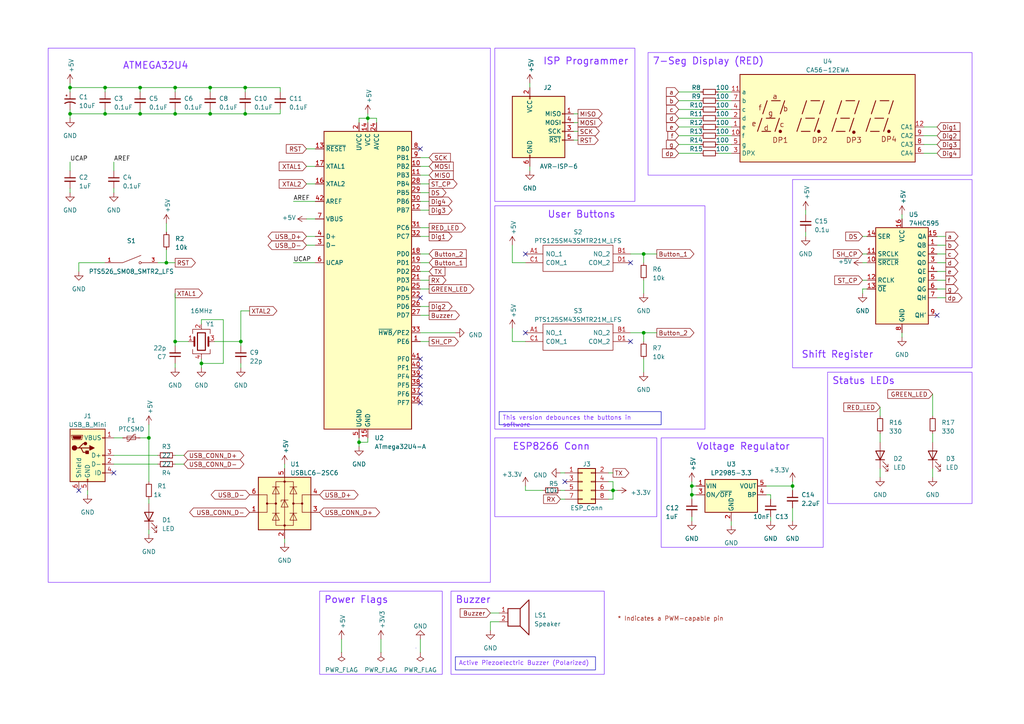
<source format=kicad_sch>
(kicad_sch (version 20230121) (generator eeschema)
  (paper "A4")
  (title_block (title "ATMEGA KITCHEN TIMER") (date "4/11/2023"))
  (junction (at 186.69 96.52))
  (junction (at 30.48 25.4))
  (junction (at 177.8 142.24))
  (junction (at 60.96 25.4))
  (junction (at 104.14 128.27))
  (junction (at 69.85 99.06))
  (junction (at 229.87 140.97))
  (junction (at 60.96 33.02))
  (junction (at 43.18 127))
  (junction (at 40.64 33.02))
  (junction (at 20.32 33.02))
  (junction (at 30.48 33.02))
  (junction (at 50.8 25.4))
  (junction (at 186.69 73.66))
  (junction (at 48.26 76.2))
  (junction (at 58.42 105.41))
  (junction (at 40.64 25.4))
  (junction (at 71.12 33.02))
  (junction (at 71.12 25.4))
  (junction (at 20.32 25.4))
  (junction (at 50.8 99.06))
  (junction (at 200.66 140.97))
  (junction (at 200.66 143.51))
  (junction (at 50.8 33.02))
  (junction (at 106.68 34.29))
  (no_connect (at 121.92 116.84))
  (no_connect (at 152.4 73.66))
  (no_connect (at 163.83 139.7))
  (no_connect (at 121.92 43.18))
  (no_connect (at 33.02 137.16))
  (no_connect (at 121.92 114.3))
  (no_connect (at 121.92 86.36))
  (no_connect (at 121.92 104.14))
  (no_connect (at 182.88 76.2))
  (no_connect (at 121.92 106.68))
  (no_connect (at 121.92 109.22))
  (no_connect (at 271.78 91.44))
  (no_connect (at 121.92 111.76))
  (no_connect (at 22.86 142.24))
  (no_connect (at 182.88 99.06))
  (no_connect (at 152.4 96.52))
  (wire (pts (xy 88.9 68.58) (xy 91.44 68.58)))
  (wire (pts (xy 50.8 33.02) (xy 40.64 33.02)))
  (wire (pts (xy 121.92 50.8) (xy 124.46 50.8)))
  (wire (pts (xy 88.9 48.26) (xy 91.44 48.26)))
  (wire (pts (xy 88.9 53.34) (xy 91.44 53.34)))
  (wire (pts (xy 208.28 26.67) (xy 212.09 26.67)))
  (wire (pts (xy 50.8 85.09) (xy 50.8 99.06)))
  (wire (pts (xy 48.26 72.39) (xy 48.26 76.2)))
  (wire (pts (xy 33.02 134.62) (xy 45.72 134.62)))
  (wire (pts (xy 85.09 58.42) (xy 91.44 58.42)))
  (wire (pts (xy 200.66 140.97) (xy 200.66 143.51)))
  (wire (pts (xy 148.59 76.2) (xy 148.59 71.12)))
  (wire (pts (xy 152.4 99.06) (xy 148.59 99.06)))
  (wire (pts (xy 255.27 125.73) (xy 255.27 128.27)))
  (wire (pts (xy 121.92 73.66) (xy 124.46 73.66)))
  (wire (pts (xy 43.18 153.67) (xy 43.18 154.94)))
  (wire (pts (xy 121.92 66.04) (xy 124.46 66.04)))
  (wire (pts (xy 255.27 118.11) (xy 255.27 120.65)))
  (wire (pts (xy 208.28 34.29) (xy 212.09 34.29)))
  (wire (pts (xy 196.85 36.83) (xy 203.2 36.83)))
  (wire (pts (xy 177.8 142.24) (xy 179.07 142.24)))
  (wire (pts (xy 20.32 24.13) (xy 20.32 25.4)))
  (wire (pts (xy 251.46 83.82) (xy 250.19 83.82)))
  (wire (pts (xy 20.32 31.75) (xy 20.32 33.02)))
  (wire (pts (xy 50.8 26.67) (xy 50.8 25.4)))
  (wire (pts (xy 255.27 135.89) (xy 255.27 138.43)))
  (wire (pts (xy 81.28 26.67) (xy 81.28 25.4)))
  (wire (pts (xy 121.92 81.28) (xy 124.46 81.28)))
  (wire (pts (xy 208.28 29.21) (xy 212.09 29.21)))
  (wire (pts (xy 50.8 31.75) (xy 50.8 33.02)))
  (wire (pts (xy 20.32 25.4) (xy 20.32 26.67)))
  (wire (pts (xy 223.52 149.86) (xy 223.52 151.13)))
  (wire (pts (xy 200.66 143.51) (xy 200.66 144.78)))
  (wire (pts (xy 88.9 71.12) (xy 91.44 71.12)))
  (wire (pts (xy 196.85 41.91) (xy 203.2 41.91)))
  (wire (pts (xy 40.64 33.02) (xy 30.48 33.02)))
  (wire (pts (xy 200.66 149.86) (xy 200.66 151.13)))
  (wire (pts (xy 142.24 177.8) (xy 144.78 177.8)))
  (wire (pts (xy 152.4 76.2) (xy 148.59 76.2)))
  (wire (pts (xy 64.77 92.71) (xy 64.77 105.41)))
  (wire (pts (xy 153.67 48.26) (xy 153.67 49.53)))
  (wire (pts (xy 271.78 78.74) (xy 274.32 78.74)))
  (wire (pts (xy 121.92 88.9) (xy 124.46 88.9)))
  (wire (pts (xy 104.14 35.56) (xy 104.14 34.29)))
  (wire (pts (xy 250.19 68.58) (xy 251.46 68.58)))
  (wire (pts (xy 186.69 96.52) (xy 186.69 99.06)))
  (wire (pts (xy 250.19 76.2) (xy 251.46 76.2)))
  (wire (pts (xy 162.56 142.24) (xy 163.83 142.24)))
  (wire (pts (xy 142.24 180.34) (xy 142.24 182.88)))
  (wire (pts (xy 43.18 144.78) (xy 43.18 146.05)))
  (wire (pts (xy 250.19 81.28) (xy 251.46 81.28)))
  (wire (pts (xy 60.96 33.02) (xy 71.12 33.02)))
  (wire (pts (xy 121.92 91.44) (xy 124.46 91.44)))
  (wire (pts (xy 162.56 137.16) (xy 163.83 137.16)))
  (wire (pts (xy 186.69 96.52) (xy 190.5 96.52)))
  (wire (pts (xy 58.42 92.71) (xy 64.77 92.71)))
  (wire (pts (xy 22.86 78.74) (xy 22.86 76.2)))
  (wire (pts (xy 58.42 93.98) (xy 58.42 92.71)))
  (wire (pts (xy 71.12 33.02) (xy 81.28 33.02)))
  (wire (pts (xy 30.48 26.67) (xy 30.48 25.4)))
  (wire (pts (xy 121.92 58.42) (xy 124.46 58.42)))
  (wire (pts (xy 121.92 96.52) (xy 132.08 96.52)))
  (wire (pts (xy 109.22 34.29) (xy 106.68 34.29)))
  (wire (pts (xy 166.37 35.56) (xy 167.64 35.56)))
  (wire (pts (xy 33.02 46.99) (xy 33.02 49.53)))
  (wire (pts (xy 267.97 39.37) (xy 271.78 39.37)))
  (wire (pts (xy 271.78 71.12) (xy 274.32 71.12)))
  (wire (pts (xy 88.9 43.18) (xy 91.44 43.18)))
  (wire (pts (xy 82.55 156.21) (xy 82.55 157.48)))
  (wire (pts (xy 233.68 60.96) (xy 233.68 62.23)))
  (wire (pts (xy 270.51 125.73) (xy 270.51 128.27)))
  (wire (pts (xy 186.69 81.28) (xy 186.69 85.09)))
  (wire (pts (xy 176.53 139.7) (xy 177.8 139.7)))
  (wire (pts (xy 162.56 144.78) (xy 163.83 144.78)))
  (wire (pts (xy 104.14 128.27) (xy 104.14 129.54)))
  (wire (pts (xy 212.09 151.13) (xy 212.09 152.4)))
  (wire (pts (xy 40.64 127) (xy 43.18 127)))
  (wire (pts (xy 250.19 83.82) (xy 250.19 85.09)))
  (wire (pts (xy 33.02 127) (xy 35.56 127)))
  (wire (pts (xy 176.53 142.24) (xy 177.8 142.24)))
  (wire (pts (xy 121.92 78.74) (xy 124.46 78.74)))
  (wire (pts (xy 25.4 142.24) (xy 25.4 143.51)))
  (wire (pts (xy 121.92 60.96) (xy 124.46 60.96)))
  (wire (pts (xy 106.68 127) (xy 106.68 128.27)))
  (wire (pts (xy 71.12 25.4) (xy 60.96 25.4)))
  (wire (pts (xy 99.06 185.42) (xy 99.06 189.23)))
  (wire (pts (xy 229.87 147.32) (xy 229.87 151.13)))
  (wire (pts (xy 64.77 105.41) (xy 58.42 105.41)))
  (wire (pts (xy 196.85 26.67) (xy 203.2 26.67)))
  (wire (pts (xy 20.32 25.4) (xy 30.48 25.4)))
  (wire (pts (xy 121.92 76.2) (xy 124.46 76.2)))
  (wire (pts (xy 148.59 99.06) (xy 148.59 95.25)))
  (wire (pts (xy 69.85 105.41) (xy 69.85 106.68)))
  (wire (pts (xy 58.42 104.14) (xy 58.42 105.41)))
  (wire (pts (xy 121.92 45.72) (xy 124.46 45.72)))
  (wire (pts (xy 186.69 104.14) (xy 186.69 107.95)))
  (wire (pts (xy 121.92 48.26) (xy 124.46 48.26)))
  (wire (pts (xy 267.97 36.83) (xy 271.78 36.83)))
  (wire (pts (xy 121.92 53.34) (xy 124.46 53.34)))
  (wire (pts (xy 267.97 41.91) (xy 271.78 41.91)))
  (wire (pts (xy 153.67 24.13) (xy 153.67 25.4)))
  (wire (pts (xy 60.96 33.02) (xy 50.8 33.02)))
  (wire (pts (xy 81.28 31.75) (xy 81.28 33.02)))
  (wire (pts (xy 186.69 73.66) (xy 190.5 73.66)))
  (wire (pts (xy 62.23 99.06) (xy 69.85 99.06)))
  (wire (pts (xy 201.93 140.97) (xy 200.66 140.97)))
  (wire (pts (xy 271.78 68.58) (xy 274.32 68.58)))
  (wire (pts (xy 166.37 33.02) (xy 167.64 33.02)))
  (wire (pts (xy 71.12 25.4) (xy 81.28 25.4)))
  (wire (pts (xy 271.78 81.28) (xy 274.32 81.28)))
  (wire (pts (xy 71.12 31.75) (xy 71.12 33.02)))
  (wire (pts (xy 104.14 34.29) (xy 106.68 34.29)))
  (wire (pts (xy 157.48 142.24) (xy 152.4 142.24)))
  (wire (pts (xy 196.85 29.21) (xy 203.2 29.21)))
  (wire (pts (xy 121.92 99.06) (xy 124.46 99.06)))
  (wire (pts (xy 50.8 132.08) (xy 53.34 132.08)))
  (wire (pts (xy 208.28 41.91) (xy 212.09 41.91)))
  (wire (pts (xy 208.28 31.75) (xy 212.09 31.75)))
  (wire (pts (xy 22.86 76.2) (xy 30.48 76.2)))
  (wire (pts (xy 69.85 99.06) (xy 69.85 100.33)))
  (wire (pts (xy 71.12 26.67) (xy 71.12 25.4)))
  (wire (pts (xy 166.37 38.1) (xy 167.64 38.1)))
  (wire (pts (xy 176.53 144.78) (xy 177.8 144.78)))
  (wire (pts (xy 82.55 134.62) (xy 82.55 135.89)))
  (wire (pts (xy 121.92 185.42) (xy 121.92 189.23)))
  (wire (pts (xy 72.39 90.17) (xy 69.85 90.17)))
  (wire (pts (xy 271.78 76.2) (xy 274.32 76.2)))
  (wire (pts (xy 200.66 143.51) (xy 201.93 143.51)))
  (wire (pts (xy 50.8 100.33) (xy 50.8 99.06)))
  (wire (pts (xy 50.8 134.62) (xy 53.34 134.62)))
  (wire (pts (xy 177.8 139.7) (xy 177.8 142.24)))
  (wire (pts (xy 182.88 96.52) (xy 186.69 96.52)))
  (wire (pts (xy 208.28 39.37) (xy 212.09 39.37)))
  (wire (pts (xy 250.19 73.66) (xy 251.46 73.66)))
  (wire (pts (xy 58.42 105.41) (xy 58.42 106.68)))
  (wire (pts (xy 229.87 142.24) (xy 229.87 140.97)))
  (wire (pts (xy 106.68 128.27) (xy 104.14 128.27)))
  (wire (pts (xy 196.85 39.37) (xy 203.2 39.37)))
  (wire (pts (xy 106.68 33.02) (xy 106.68 34.29)))
  (wire (pts (xy 60.96 31.75) (xy 60.96 33.02)))
  (wire (pts (xy 69.85 90.17) (xy 69.85 99.06)))
  (wire (pts (xy 45.72 76.2) (xy 48.26 76.2)))
  (wire (pts (xy 40.64 26.67) (xy 40.64 25.4)))
  (wire (pts (xy 20.32 33.02) (xy 20.32 34.29)))
  (wire (pts (xy 20.32 46.99) (xy 20.32 49.53)))
  (wire (pts (xy 261.62 62.23) (xy 261.62 63.5)))
  (wire (pts (xy 48.26 76.2) (xy 50.8 76.2)))
  (wire (pts (xy 229.87 139.7) (xy 229.87 140.97)))
  (wire (pts (xy 166.37 40.64) (xy 167.64 40.64)))
  (wire (pts (xy 60.96 26.67) (xy 60.96 25.4)))
  (wire (pts (xy 50.8 25.4) (xy 60.96 25.4)))
  (wire (pts (xy 121.92 55.88) (xy 124.46 55.88)))
  (wire (pts (xy 110.49 185.42) (xy 110.49 189.23)))
  (wire (pts (xy 106.68 34.29) (xy 106.68 35.56)))
  (wire (pts (xy 229.87 140.97) (xy 222.25 140.97)))
  (wire (pts (xy 271.78 73.66) (xy 274.32 73.66)))
  (wire (pts (xy 186.69 73.66) (xy 186.69 76.2)))
  (wire (pts (xy 50.8 105.41) (xy 50.8 106.68)))
  (wire (pts (xy 267.97 44.45) (xy 271.78 44.45)))
  (wire (pts (xy 33.02 132.08) (xy 45.72 132.08)))
  (wire (pts (xy 177.8 142.24) (xy 177.8 144.78)))
  (wire (pts (xy 182.88 73.66) (xy 186.69 73.66)))
  (wire (pts (xy 152.4 142.24) (xy 152.4 140.97)))
  (wire (pts (xy 20.32 33.02) (xy 30.48 33.02)))
  (wire (pts (xy 30.48 25.4) (xy 40.64 25.4)))
  (wire (pts (xy 261.62 96.52) (xy 261.62 97.79)))
  (wire (pts (xy 50.8 99.06) (xy 54.61 99.06)))
  (wire (pts (xy 85.09 76.2) (xy 91.44 76.2)))
  (wire (pts (xy 121.92 83.82) (xy 124.46 83.82)))
  (wire (pts (xy 271.78 86.36) (xy 274.32 86.36)))
  (wire (pts (xy 121.92 68.58) (xy 124.46 68.58)))
  (wire (pts (xy 208.28 36.83) (xy 212.09 36.83)))
  (wire (pts (xy 176.53 137.16) (xy 177.8 137.16)))
  (wire (pts (xy 270.51 135.89) (xy 270.51 138.43)))
  (wire (pts (xy 208.28 44.45) (xy 212.09 44.45)))
  (wire (pts (xy 144.78 180.34) (xy 142.24 180.34)))
  (wire (pts (xy 43.18 123.19) (xy 43.18 127)))
  (wire (pts (xy 196.85 31.75) (xy 203.2 31.75)))
  (wire (pts (xy 43.18 127) (xy 43.18 139.7)))
  (wire (pts (xy 196.85 34.29) (xy 203.2 34.29)))
  (wire (pts (xy 196.85 44.45) (xy 203.2 44.45)))
  (wire (pts (xy 222.25 143.51) (xy 223.52 143.51)))
  (wire (pts (xy 40.64 25.4) (xy 50.8 25.4)))
  (wire (pts (xy 233.68 67.31) (xy 233.68 68.58)))
  (wire (pts (xy 88.9 63.5) (xy 91.44 63.5)))
  (wire (pts (xy 48.26 64.77) (xy 48.26 67.31)))
  (wire (pts (xy 109.22 35.56) (xy 109.22 34.29)))
  (wire (pts (xy 30.48 31.75) (xy 30.48 33.02)))
  (wire (pts (xy 200.66 139.7) (xy 200.66 140.97)))
  (wire (pts (xy 40.64 31.75) (xy 40.64 33.02)))
  (wire (pts (xy 271.78 83.82) (xy 274.32 83.82)))
  (wire (pts (xy 104.14 127) (xy 104.14 128.27)))
  (wire (pts (xy 33.02 54.61) (xy 33.02 55.88)))
  (wire (pts (xy 20.32 54.61) (xy 20.32 55.88)))
  (wire (pts (xy 270.51 114.3) (xy 270.51 120.65)))
  (wire (pts (xy 223.52 143.51) (xy 223.52 144.78)))
  (rectangle (start 191.77 127) (end 238.76 158.75) (stroke (width 0) (color 127 44 255 1)))
  (rectangle (start 13.97 13.97) (end 142.24 168.91) (stroke (width 0) (color 127 44 255 1)))
  (rectangle (start 130.81 171.45) (end 175.26 195.58) (stroke (width 0) (color 127 44 255 1)))
  (rectangle (start 229.87 52.07) (end 281.94 106.68) (stroke (width 0) (color 127 44 255 1)))
  (rectangle (start 92.71 171.45) (end 128.27 195.58) (stroke (width 0) (color 127 44 255 1)))
  (rectangle (start 120.65 187.96) (end 120.65 187.96))
  (rectangle (start 143.51 127) (end 190.5 149.86) (stroke (width 0) (color 127 44 255 1)))
  (rectangle (start 143.51 13.97) (end 184.15 58.42) (stroke (width 0) (color 127 44 255 1)))
  (rectangle (start 187.96 15.24) (end 281.94 50.8) (stroke (width 0) (color 127 44 255 1)))
  (rectangle (start 240.03 107.95) (end 281.94 146.05) (stroke (width 0) (color 127 44 255 1)))
  (rectangle (start 143.51 59.69) (end 204.47 124.46) (stroke (width 0) (color 127 44 255 1)))
  (text_box "Active Piezoelectric Buzzer (Polarized)" (at 132.08 190.5 0) (size 40.64 3.81) (effects (font (size 1.27 1.27)) (justify left top)))
  (text_box "This version debounces the buttons in software" (at 144.78 119.38 0) (size 46.99 3.81) (effects (font (size 1.27 1.27)) (justify left top)))
  (text "ATMEGA32U4" (at 35.56 20.32 0) (effects (font (size 2 2) (thickness 0.254) bold) (justify left bottom)))
  (text "Voltage Regulator" (at 201.93 130.81 0) (effects (font (size 2 2) (thickness 0.254) bold) (justify left bottom)))
  (text "ESP8266 Conn\n" (at 148.59 130.81 0) (effects (font (size 2 2) (thickness 0.254) bold) (justify left bottom)))
  (text "Shift Register" (at 232.41 104.14 0) (effects (font (size 2 2) (thickness 0.254) bold) (justify left bottom)))
  (text "User Buttons" (at 158.75 63.5 0) (effects (font (size 2 2) (thickness 0.254) bold) (justify left bottom)))
  (text "ISP Programmer" (at 157.48 19.05 0) (effects (font (size 2 2) (thickness 0.254) bold) (justify left bottom)))
  (text "Power Flags" (at 93.98 175.26 0) (effects (font (size 2 2) (thickness 0.254) bold) (justify left bottom)))
  (text "Status LEDs" (at 241.3 111.76 0) (effects (font (size 2 2) (thickness 0.254) bold) (justify left bottom)))
  (text "Buzzer" (at 132.08 175.26 0) (effects (font (size 2 2) (thickness 0.254) bold) (justify left bottom)))
  (text "7-Seg Display (RED)" (at 189.23 19.05 0) (effects (font (size 2 2) (thickness 0.254) bold) (justify left bottom)))
  (text "* Indicates a PWM-capable pin" (at 179.07 180.34 0) (effects (font (size 1.27 1.27)) (justify left bottom)))
  (label "UCAP" (at 85.09 76.2 0))
  (label "AREF" (at 33.02 46.99 0))
  (label "AREF" (at 85.09 58.42 0))
  (label "UCAP" (at 20.32 46.99 0))
  (global_label "USB_CONN_D-" (shape bidirectional) (at 72.39 148.59 180) (property "Intersheetrefs" "${INTERSHEET_REFS}" (effects hide)))
  (global_label "Buzzer" (shape output) (at 124.46 91.44 0) (property "Intersheetrefs" "${INTERSHEET_REFS}" (effects hide)))
  (global_label "c" (shape output) (at 274.32 73.66 0) (property "Intersheetrefs" "${INTERSHEET_REFS}" (effects hide)))
  (global_label "dp" (shape input) (at 196.85 44.45 180) (property "Intersheetrefs" "${INTERSHEET_REFS}" (effects hide)))
  (global_label "Dig3" (shape output) (at 124.46 60.96 0) (property "Intersheetrefs" "${INTERSHEET_REFS}" (effects hide)))
  (global_label "Button_2" (shape output) (at 190.5 96.52 0) (property "Intersheetrefs" "${INTERSHEET_REFS}" (effects hide)))
  (global_label "GREEN_LED" (shape input) (at 270.51 114.3 180) (property "Intersheetrefs" "${INTERSHEET_REFS}" (effects hide)))
  (global_label "d" (shape input) (at 196.85 34.29 180) (property "Intersheetrefs" "${INTERSHEET_REFS}" (effects hide)))
  (global_label "XTAL1" (shape output) (at 50.8 85.09 0) (property "Intersheetrefs" "${INTERSHEET_REFS}" (effects hide)))
  (global_label "b" (shape output) (at 274.32 71.12 0) (property "Intersheetrefs" "${INTERSHEET_REFS}" (effects hide)))
  (global_label "RX" (shape output) (at 124.46 81.28 0) (property "Intersheetrefs" "${INTERSHEET_REFS}" (effects hide)))
  (global_label "SCK" (shape input) (at 124.46 45.72 0) (property "Intersheetrefs" "${INTERSHEET_REFS}" (effects hide)))
  (global_label "MOSI" (shape output) (at 167.64 35.56 0) (property "Intersheetrefs" "${INTERSHEET_REFS}" (effects hide)))
  (global_label "SCK" (shape output) (at 167.64 38.1 0) (property "Intersheetrefs" "${INTERSHEET_REFS}" (effects hide)))
  (global_label "Dig2" (shape output) (at 124.46 88.9 0) (property "Intersheetrefs" "${INTERSHEET_REFS}" (effects hide)))
  (global_label "b" (shape input) (at 196.85 29.21 180) (property "Intersheetrefs" "${INTERSHEET_REFS}" (effects hide)))
  (global_label "Dig2" (shape input) (at 271.78 39.37 0) (property "Intersheetrefs" "${INTERSHEET_REFS}" (effects hide)))
  (global_label "d" (shape output) (at 274.32 76.2 0) (property "Intersheetrefs" "${INTERSHEET_REFS}" (effects hide)))
  (global_label "Button_2" (shape input) (at 124.46 73.66 0) (property "Intersheetrefs" "${INTERSHEET_REFS}" (effects hide)))
  (global_label "Button_1" (shape input) (at 124.46 76.2 0) (property "Intersheetrefs" "${INTERSHEET_REFS}" (effects hide)))
  (global_label "dp" (shape output) (at 274.32 86.36 0) (property "Intersheetrefs" "${INTERSHEET_REFS}" (effects hide)))
  (global_label "RST" (shape input) (at 88.9 43.18 180) (property "Intersheetrefs" "${INTERSHEET_REFS}" (effects hide)))
  (global_label "a" (shape input) (at 196.85 26.67 180) (property "Intersheetrefs" "${INTERSHEET_REFS}" (effects hide)))
  (global_label "XTAL1" (shape input) (at 88.9 48.26 180) (property "Intersheetrefs" "${INTERSHEET_REFS}" (effects hide)))
  (global_label "ST_CP" (shape output) (at 124.46 53.34 0) (property "Intersheetrefs" "${INTERSHEET_REFS}" (effects hide)))
  (global_label "a" (shape output) (at 274.32 68.58 0) (property "Intersheetrefs" "${INTERSHEET_REFS}" (effects hide)))
  (global_label "USB_CONN_D+" (shape bidirectional) (at 53.34 132.08 0) (property "Intersheetrefs" "${INTERSHEET_REFS}" (effects hide)))
  (global_label "Dig3" (shape input) (at 271.78 41.91 0) (property "Intersheetrefs" "${INTERSHEET_REFS}" (effects hide)))
  (global_label "RED_LED" (shape input) (at 255.27 118.11 180) (property "Intersheetrefs" "${INTERSHEET_REFS}" (effects hide)))
  (global_label "XTAL2" (shape output) (at 72.39 90.17 0) (property "Intersheetrefs" "${INTERSHEET_REFS}" (effects hide)))
  (global_label "TX" (shape input) (at 124.46 78.74 0) (property "Intersheetrefs" "${INTERSHEET_REFS}" (effects hide)))
  (global_label "USB_D-" (shape bidirectional) (at 72.39 143.51 180) (property "Intersheetrefs" "${INTERSHEET_REFS}" (effects hide)))
  (global_label "SH_CP" (shape input) (at 250.19 73.66 180) (property "Intersheetrefs" "${INTERSHEET_REFS}" (effects hide)))
  (global_label "MOSI" (shape input) (at 124.46 48.26 0) (property "Intersheetrefs" "${INTERSHEET_REFS}" (effects hide)))
  (global_label "USB_D+" (shape bidirectional) (at 92.71 143.51 0) (property "Intersheetrefs" "${INTERSHEET_REFS}" (effects hide)))
  (global_label "g" (shape output) (at 274.32 83.82 0) (property "Intersheetrefs" "${INTERSHEET_REFS}" (effects hide)))
  (global_label "RST" (shape output) (at 167.64 40.64 0) (property "Intersheetrefs" "${INTERSHEET_REFS}" (effects hide)))
  (global_label "Buzzer" (shape input) (at 142.24 177.8 180) (property "Intersheetrefs" "${INTERSHEET_REFS}" (effects hide)))
  (global_label "Button_1" (shape output) (at 190.5 73.66 0) (property "Intersheetrefs" "${INTERSHEET_REFS}" (effects hide)))
  (global_label "XTAL2" (shape input) (at 88.9 53.34 180) (property "Intersheetrefs" "${INTERSHEET_REFS}" (effects hide)))
  (global_label "Dig4" (shape input) (at 271.78 44.45 0) (property "Intersheetrefs" "${INTERSHEET_REFS}" (effects hide)))
  (global_label "RX" (shape input) (at 162.56 144.78 180) (property "Intersheetrefs" "${INTERSHEET_REFS}" (effects hide)))
  (global_label "e" (shape output) (at 274.32 78.74 0) (property "Intersheetrefs" "${INTERSHEET_REFS}" (effects hide)))
  (global_label "c" (shape input) (at 196.85 31.75 180) (property "Intersheetrefs" "${INTERSHEET_REFS}" (effects hide)))
  (global_label "RST" (shape output) (at 50.8 76.2 0) (property "Intersheetrefs" "${INTERSHEET_REFS}" (effects hide)))
  (global_label "f" (shape output) (at 274.32 81.28 0) (property "Intersheetrefs" "${INTERSHEET_REFS}" (effects hide)))
  (global_label "Dig1" (shape input) (at 271.78 36.83 0) (property "Intersheetrefs" "${INTERSHEET_REFS}" (effects hide)))
  (global_label "f" (shape input) (at 196.85 39.37 180) (property "Intersheetrefs" "${INTERSHEET_REFS}" (effects hide)))
  (global_label "DS" (shape input) (at 250.19 68.58 180) (property "Intersheetrefs" "${INTERSHEET_REFS}" (effects hide)))
  (global_label "RED_LED" (shape output) (at 124.46 66.04 0) (property "Intersheetrefs" "${INTERSHEET_REFS}" (effects hide)))
  (global_label "ST_CP" (shape input) (at 250.19 81.28 180) (property "Intersheetrefs" "${INTERSHEET_REFS}" (effects hide)))
  (global_label "GREEN_LED" (shape output) (at 124.46 83.82 0) (property "Intersheetrefs" "${INTERSHEET_REFS}" (effects hide)))
  (global_label "e" (shape input) (at 196.85 36.83 180) (property "Intersheetrefs" "${INTERSHEET_REFS}" (effects hide)))
  (global_label "MISO" (shape input) (at 124.46 50.8 0) (property "Intersheetrefs" "${INTERSHEET_REFS}" (effects hide)))
  (global_label "TX" (shape output) (at 177.8 137.16 0) (property "Intersheetrefs" "${INTERSHEET_REFS}" (effects hide)))
  (global_label "Dig1" (shape output) (at 124.46 68.58 0) (property "Intersheetrefs" "${INTERSHEET_REFS}" (effects hide)))
  (global_label "Dig4" (shape output) (at 124.46 58.42 0) (property "Intersheetrefs" "${INTERSHEET_REFS}" (effects hide)))
  (global_label "USB_D+" (shape bidirectional) (at 88.9 68.58 180) (property "Intersheetrefs" "${INTERSHEET_REFS}" (effects hide)))
  (global_label "MISO" (shape output) (at 167.64 33.02 0) (property "Intersheetrefs" "${INTERSHEET_REFS}" (effects hide)))
  (global_label "SH_CP" (shape output) (at 124.46 99.06 0) (property "Intersheetrefs" "${INTERSHEET_REFS}" (effects hide)))
  (global_label "g" (shape input) (at 196.85 41.91 180) (property "Intersheetrefs" "${INTERSHEET_REFS}" (effects hide)))
  (global_label "USB_CONN_D+" (shape bidirectional) (at 92.71 148.59 0) (property "Intersheetrefs" "${INTERSHEET_REFS}" (effects hide)))
  (global_label "USB_CONN_D-" (shape bidirectional) (at 53.34 134.62 0) (property "Intersheetrefs" "${INTERSHEET_REFS}" (effects hide)))
  (global_label "USB_D-" (shape bidirectional) (at 88.9 71.12 180) (property "Intersheetrefs" "${INTERSHEET_REFS}" (effects hide)))
  (global_label "DS" (shape output) (at 124.46 55.88 0) (property "Intersheetrefs" "${INTERSHEET_REFS}" (effects hide)))
  (symbol (lib_id "power:+5V") (at 106.68 33.02 0) (unit 1)
    (property "Reference" "#PWR020" (effects hide))
    (property "Value" "+5V" (at 107.0356 29.972 90) (effects (justify left)))
  )
  (symbol (lib_id "Device:R_Small") (at 205.74 44.45 90) (unit 1)
    (property "Reference" "R15" (at 201.93 43.18 90))
    (property "Value" "100" (at 209.55 43.18 90))
    (property "Footprint" "Resistor_SMD:R_0805_2012Metric" (effects hide))
  )
  (symbol (lib_id "Device:R_Small") (at 160.02 142.24 90) (unit 1)
    (property "Reference" "R5" (at 161.9173 140.3092 90) (effects (justify left)))
    (property "Value" "10k" (at 161.8393 142.2609 90) (effects (justify left)))
    (property "Footprint" "Resistor_SMD:R_0603_1608Metric" (effects hide))
  )
  (symbol (lib_id "power:PWR_FLAG") (at 99.06 189.23 180) (unit 1)
    (property "Reference" "#FLG01" (effects hide))
    (property "Value" "PWR_FLAG" (at 99.06 194.31 0))
  )
  (symbol (lib_id "Device:C_Small") (at 20.32 52.07 0) (unit 1)
    (property "Reference" "C2" (at 22.86 51.4413 0) (effects (justify left)))
    (property "Value" "1uF" (at 22.86 53.9813 0) (effects (justify left)))
    (property "Footprint" "Capacitor_SMD:C_0603_1608Metric" (effects hide))
  )
  (symbol (lib_name "GND_1") (lib_id "power:GND") (at 121.92 185.42 180) (unit 1)
    (property "Reference" "#PWR014" (effects hide))
    (property "Value" "GND" (at 121.92 181.61 0))
  )
  (symbol (lib_id "power:+5V") (at 153.67 24.13 0) (unit 1)
    (property "Reference" "#PWR026" (effects hide))
    (property "Value" "+5V" (at 154.0256 21.082 90) (effects (justify left)))
  )
  (symbol (lib_id "Device:R_Small") (at 205.74 29.21 90) (unit 1)
    (property "Reference" "R9" (at 201.93 27.94 90))
    (property "Value" "100" (at 209.55 27.94 90))
    (property "Footprint" "Resistor_SMD:R_0805_2012Metric" (effects hide))
  )
  (symbol (lib_id "power:+3.3V") (at 179.07 142.24 270) (unit 1)
    (property "Reference" "#PWR029" (effects hide))
    (property "Value" "+3.3V" (at 182.88 142.875 90) (effects (justify left)))
  )
  (symbol (lib_id "power:+5V") (at 261.62 62.23 0) (unit 1)
    (property "Reference" "#PWR043" (effects hide))
    (property "Value" "+5V" (at 261.9756 59.182 90) (effects (justify left)))
  )
  (symbol (lib_id "Device:C_Small") (at 223.52 147.32 0) (unit 1)
    (property "Reference" "C13" (at 224.79 149.86 0) (effects (justify left)))
    (property "Value" "10nF" (at 218.44 149.86 0) (effects (justify left)))
    (property "Footprint" "Capacitor_SMD:C_0603_1608Metric" (effects hide))
  )
  (symbol (lib_name "GND_3") (lib_id "power:GND") (at 261.62 97.79 0) (unit 1)
    (property "Reference" "#PWR044" (effects hide))
    (property "Value" "GND" (at 261.62 102.87 0))
  )
  (symbol (lib_id "Device:LED") (at 255.27 132.08 90) (unit 1)
    (property "Reference" "D2" (at 259.08 133.0325 90) (effects (justify right)))
    (property "Value" "LED" (at 259.08 135.5725 90) (effects (justify right)))
    (property "Footprint" "LED_SMD:LED_0805_2012Metric" (effects hide))
  )
  (symbol (lib_id "power:GND") (at 43.18 154.94 0) (unit 1)
    (property "Reference" "#PWR09" (effects hide))
    (property "Value" "GND" (at 43.18 160.02 0))
  )
  (symbol (lib_id "Device:C_Small") (at 50.8 102.87 180) (unit 1)
    (property "Reference" "C7" (at 48.26 103.4987 0) (effects (justify left)))
    (property "Value" "22p" (at 48.26 100.9587 0) (effects (justify left)))
    (property "Footprint" "Capacitor_SMD:C_0603_1608Metric" (effects hide))
  )
  (symbol (lib_id "Device:C_Small") (at 229.87 144.78 0) (unit 1)
    (property "Reference" "C14" (at 232.41 143.51 0) (effects (justify left)))
    (property "Value" "2.2uF" (at 232.41 146.05 0) (effects (justify left)))
    (property "Footprint" "Capacitor_SMD:C_0603_1608Metric" (effects hide))
  )
  (symbol (lib_id "power:+5V") (at 250.19 76.2 90) (unit 1)
    (property "Reference" "#PWR040" (effects hide))
    (property "Value" "+5V" (at 247.142 75.8444 90) (effects (justify left)))
  )
  (symbol (lib_id "Device:C_Small") (at 50.8 29.21 0) (unit 1)
    (property "Reference" "C6" (at 53.34 28.5813 0) (effects (justify left)))
    (property "Value" "0.1uF" (at 53.34 31.1213 0) (effects (justify left)))
    (property "Footprint" "Capacitor_SMD:C_0603_1608Metric" (effects hide))
  )
  (symbol (lib_id "Device:C_Small") (at 33.02 52.07 0) (unit 1)
    (property "Reference" "C4" (at 35.56 51.4413 0) (effects (justify left)))
    (property "Value" "0.1uF" (at 35.56 53.9813 0) (effects (justify left)))
    (property "Footprint" "Capacitor_SMD:C_0603_1608Metric" (effects hide))
  )
  (symbol (lib_id "Device:C_Polarized_Small_US") (at 20.32 29.21 0) (unit 1)
    (property "Reference" "C1" (at 22.86 28.1432 0) (effects (justify left)))
    (property "Value" "10uF" (at 22.86 30.6832 0) (effects (justify left)))
    (property "Footprint" "Capacitor_SMD:C_0805_2012Metric" (effects hide))
  )
  (symbol (lib_id "power:GND") (at 20.32 55.88 0) (unit 1)
    (property "Reference" "#PWR03" (effects hide))
    (property "Value" "GND" (at 20.32 60.96 0))
  )
  (symbol (lib_id "Device:R_Small") (at 205.74 41.91 90) (unit 1)
    (property "Reference" "R14" (at 201.93 40.64 90))
    (property "Value" "100" (at 209.55 40.64 90))
    (property "Footprint" "Resistor_SMD:R_0805_2012Metric" (effects hide))
  )
  (symbol (lib_name "GND_1") (lib_id "power:GND") (at 255.27 138.43 0) (unit 1)
    (property "Reference" "#PWR042" (effects hide))
    (property "Value" "GND" (at 255.27 143.51 0))
  )
  (symbol (lib_id "PTS125_SMD_Button:PTS125SM43SMTR21M_LFS") (at 152.4 96.52 0) (unit 1)
    (property "Reference" "S3" (at 167.64 90.17 0))
    (property "Value" "PTS125SM43SMTR21M_LFS" (at 167.64 92.71 0))
    (property "Footprint" "PTS125_SMD_Button:PTS125_SMD_Button" (effects hide))
    (property "Datasheet" "https://www.ckswitches.com/media/1462/pts125.pdf" (effects hide))
    (property "Description" "Tactile Switches SWITCH TACTILE 50mA @ 12VDC, SPST-NO, Surface Mount, Top Actuated, Gull Wing, 180gf" (effects hide))
    (property "Height" "4.3" (effects hide))
    (property "Manufacturer_Name" "C & K COMPONENTS" (effects hide))
    (property "Manufacturer_Part_Number" "PTS125SM43SMTR21M LFS" (effects hide))
    (property "Mouser Part Number" "611-PTS125S43SMTRLFS" (effects hide))
    (property "Mouser Price/Stock" "https://www.mouser.co.uk/ProductDetail/CK/PTS125SM43SMTR21M-LFS?qs=t7xnP681wgUNXpRGJY2Vkw%3D%3D" (effects hide))
  )
  (symbol (lib_id "Power_Protection:USBLC6-2SC6") (at 82.55 146.05 0) (unit 1)
    (property "Reference" "U1" (at 84.2011 134.62 0) (effects (justify left)))
    (property "Value" "USBLC6-2SC6" (at 84.2011 137.16 0) (effects (justify left)))
    (property "Footprint" "Package_TO_SOT_SMD:SOT-23-6" (effects hide))
    (property "Datasheet" "https://www.st.com/resource/en/datasheet/usblc6-2.pdf" (effects hide))
  )
  (symbol (lib_id "power:+3.3V") (at 152.4 140.97 0) (unit 1)
    (property "Reference" "#PWR025" (effects hide))
    (property "Value" "+3.3V" (at 148.49 137.616 0))
  )
  (symbol (lib_id "power:GND") (at 22.86 78.74 0) (unit 1)
    (property "Reference" "#PWR04" (effects hide))
    (property "Value" "GND" (at 22.86 83.82 0))
  )
  (symbol (lib_id "Device:C_Small") (at 60.96 29.21 0) (unit 1)
    (property "Reference" "C8" (at 63.5 28.5813 0) (effects (justify left)))
    (property "Value" "0.1uF" (at 63.5 31.1213 0) (effects (justify left)))
    (property "Footprint" "Capacitor_SMD:C_0603_1608Metric" (effects hide))
  )
  (symbol (lib_id "Device:C_Small") (at 30.48 29.21 0) (unit 1)
    (property "Reference" "C3" (at 33.02 28.5813 0) (effects (justify left)))
    (property "Value" "0.1uF" (at 33.02 31.1213 0) (effects (justify left)))
    (property "Footprint" "Capacitor_SMD:C_0603_1608Metric" (effects hide))
  )
  (symbol (lib_id "MCU_Microchip_ATmega:ATmega32U4-A") (at 106.68 81.28 0) (unit 1)
    (property "Reference" "U2" (at 108.6359 127 0) (effects (justify left)))
    (property "Value" "ATmega32U4-A" (at 108.6359 129.54 0) (effects (justify left)))
    (property "Footprint" "Package_QFP:TQFP-44_10x10mm_P0.8mm" (effects hide))
    (property "Datasheet" "http://ww1.microchip.com/downloads/en/DeviceDoc/Atmel-7766-8-bit-AVR-ATmega16U4-32U4_Datasheet.pdf" (effects hide))
  )
  (symbol (lib_id "Device:C_Small") (at 233.68 64.77 0) (unit 1)
    (property "Reference" "C15" (at 236.22 64.1413 0) (effects (justify left)))
    (property "Value" "0.1u" (at 236.22 66.6813 0) (effects (justify left)))
    (property "Footprint" "Capacitor_SMD:C_0603_1608Metric" (effects hide))
  )
  (symbol (lib_id "power:GND") (at 25.4 143.51 0) (unit 1)
    (property "Reference" "#PWR05" (effects hide))
    (property "Value" "GND" (at 25.4 148.59 0))
  )
  (symbol (lib_id "power:GND") (at 153.67 49.53 0) (unit 1)
    (property "Reference" "#PWR027" (effects hide))
    (property "Value" "GND" (at 153.67 54.61 0))
  )
  (symbol (lib_id "power:+5V") (at 233.68 60.96 0) (unit 1)
    (property "Reference" "#PWR038" (effects hide))
    (property "Value" "+5V" (at 234.0356 57.912 90) (effects (justify left)))
  )
  (symbol (lib_id "power:GND") (at 20.32 34.29 0) (unit 1)
    (property "Reference" "#PWR02" (effects hide))
    (property "Value" "GND" (at 20.32 39.37 0))
  )
  (symbol (lib_id "Device:R_Small") (at 255.27 123.19 0) (unit 1)
    (property "Reference" "R16" (at 257.81 122.555 0) (effects (justify left)))
    (property "Value" "330" (at 257.81 125.095 0) (effects (justify left)))
    (property "Footprint" "Resistor_SMD:R_0805_2012Metric" (effects hide))
  )
  (symbol (lib_id "power:+5V") (at 99.06 185.42 0) (unit 1)
    (property "Reference" "#PWR07" (effects hide))
    (property "Value" "+5V" (at 99.4156 182.372 90) (effects (justify left)))
  )
  (symbol (lib_id "power:+5V") (at 200.66 139.7 0) (unit 1)
    (property "Reference" "#PWR032" (effects hide))
    (property "Value" "+5V" (at 201.0156 136.652 90) (effects (justify left)))
  )
  (symbol (lib_name "GND_2") (lib_id "power:GND") (at 270.51 138.43 0) (unit 1)
    (property "Reference" "#PWR045" (effects hide))
    (property "Value" "GND" (at 270.51 143.51 0))
  )
  (symbol (lib_name "GND_1") (lib_id "power:GND") (at 250.19 85.09 0) (unit 1)
    (property "Reference" "#PWR041" (effects hide))
    (property "Value" "GND" (at 250.19 90.17 0))
  )
  (symbol (lib_id "Device:R_Small") (at 270.51 123.19 0) (unit 1)
    (property "Reference" "R17" (at 273.05 122.555 0) (effects (justify left)))
    (property "Value" "330" (at 273.05 125.095 0) (effects (justify left)))
    (property "Footprint" "Resistor_SMD:R_0805_2012Metric" (effects hide))
  )
  (symbol (lib_id "Device:R_Small") (at 186.69 78.74 0) (unit 1)
    (property "Reference" "R6" (at 189.23 78.105 0) (effects (justify left)))
    (property "Value" "10k" (at 189.23 80.645 0) (effects (justify left)))
    (property "Footprint" "Resistor_SMD:R_0805_2012Metric" (effects hide))
  )
  (symbol (lib_id "power:+5V") (at 20.32 24.13 0) (unit 1)
    (property "Reference" "#PWR01" (effects hide))
    (property "Value" "+5V" (at 20.6756 21.082 90) (effects (justify left)))
  )
  (symbol (lib_id "PTS526_SMD_Button:PTS526_SM08_SMTR2_LFS") (at 38.1 76.2 0) (unit 1)
    (property "Reference" "S1" (at 38.1 69.85 0))
    (property "Value" "PTS526_SM08_SMTR2_LFS" (at 38.1 78.74 0))
    (property "Footprint" "PTS526_SMD_Button:PTS526_SMD_Button" (effects hide))
    (property "STANDARD" "Manufacturer Recommendations" (effects hide))
    (property "MANUFACTURER" "C&K" (effects hide))
    (property "PARTREV" "20 mar 19" (effects hide))
    (property "MAXIMUM_PACKAGE_HEIGHT" "0.95mm" (effects hide))
  )
  (symbol (lib_id "power:+3.3V") (at 229.87 139.7 0) (unit 1)
    (property "Reference" "#PWR036" (effects hide))
    (property "Value" "+3.3V" (at 225.96 136.346 0))
  )
  (symbol (lib_id "Device:Crystal_GND24") (at 58.42 99.06 0) (unit 1)
    (property "Reference" "Y1" (at 60.96 93.98 0))
    (property "Value" "16MHz" (at 58.42 90.17 0))
    (property "Footprint" "Crystal:Crystal_SMD_Abracon_ABM8G-4Pin_3.2x2.5mm" (effects hide))
  )
  (symbol (lib_id "power:GND") (at 162.56 137.16 270) (unit 1)
    (property "Reference" "#PWR028" (effects hide))
    (property "Value" "GND" (at 158.75 137.795 90) (effects (justify right)))
  )
  (symbol (lib_id "power:+5V") (at 82.55 134.62 0) (unit 1)
    (property "Reference" "#PWR016" (effects hide))
    (property "Value" "+5V" (at 82.9056 131.572 90) (effects (justify left)))
  )
  (symbol (lib_id "power:GND") (at 50.8 106.68 0) (unit 1)
    (property "Reference" "#PWR011" (effects hide))
    (property "Value" "GND" (at 50.8 111.76 0))
  )
  (symbol (lib_id "Device:R_Small") (at 205.74 39.37 90) (unit 1)
    (property "Reference" "R13" (at 201.93 38.1 90))
    (property "Value" "100" (at 209.55 38.1 90))
    (property "Footprint" "Resistor_SMD:R_0805_2012Metric" (effects hide))
  )
  (symbol (lib_id "Device:C_Small") (at 200.66 147.32 0) (unit 1)
    (property "Reference" "C12" (at 193.04 147.32 0) (effects (justify left)))
    (property "Value" "1uF" (at 193.04 149.86 0) (effects (justify left)))
    (property "Footprint" "Capacitor_SMD:C_0603_1608Metric" (effects hide))
  )
  (symbol (lib_id "Device:R_Small") (at 205.74 36.83 90) (unit 1)
    (property "Reference" "R12" (at 201.93 35.56 90))
    (property "Value" "100" (at 209.55 35.56 90))
    (property "Footprint" "Resistor_SMD:R_0805_2012Metric" (effects hide))
  )
  (symbol (lib_name "GND_1") (lib_id "power:GND") (at 142.24 182.88 0) (unit 1)
    (property "Reference" "#PWR022" (effects hide))
    (property "Value" "GND" (at 142.24 187.96 0))
  )
  (symbol (lib_id "Device:LED") (at 270.51 132.08 90) (unit 1)
    (property "Reference" "D3" (at 274.32 133.0325 90) (effects (justify right)))
    (property "Value" "LED" (at 274.32 135.5725 90) (effects (justify right)))
    (property "Footprint" "LED_SMD:LED_0805_2012Metric" (effects hide))
  )
  (symbol (lib_id "power:+3V3") (at 110.49 185.42 0) (unit 1)
    (property "Reference" "#PWR012" (effects hide))
    (property "Value" "+3.3V" (at 110.871 182.372 90) (effects (justify left)))
  )
  (symbol (lib_id "Device:R_Small") (at 48.26 69.85 0) (unit 1)
    (property "Reference" "R2" (at 50.8 69.215 0) (effects (justify left)))
    (property "Value" "10k" (at 50.8 71.755 0) (effects (justify left)))
    (property "Footprint" "Resistor_SMD:R_0603_1608Metric" (effects hide))
  )
  (symbol (lib_id "Regulator_Linear:LP2985-3.3") (at 212.09 143.51 0) (unit 1)
    (property "Reference" "U3" (at 212.09 134.62 0))
    (property "Value" "LP2985-3.3" (at 212.09 137.16 0))
    (property "Footprint" "Package_TO_SOT_SMD:SOT-23-5" (effects hide))
    (property "Datasheet" "http://www.ti.com/lit/ds/symlink/lp2985.pdf" (effects hide))
  )
  (symbol (lib_id "Device:C_Small") (at 71.12 29.21 0) (unit 1)
    (property "Reference" "C10" (at 73.66 28.5813 0) (effects (justify left)))
    (property "Value" "0.1uF" (at 73.66 31.1213 0) (effects (justify left)))
    (property "Footprint" "Capacitor_SMD:C_0603_1608Metric" (effects hide))
  )
  (symbol (lib_id "power:+5V") (at 43.18 123.19 0) (unit 1)
    (property "Reference" "#PWR08" (effects hide))
    (property "Value" "+5V" (at 43.5356 120.142 90) (effects (justify left)))
  )
  (symbol (lib_name "GND_1") (lib_id "power:GND") (at 186.69 85.09 0) (unit 1)
    (property "Reference" "#PWR030" (effects hide))
    (property "Value" "GND" (at 186.69 90.17 0))
  )
  (symbol (lib_id "Device:Speaker") (at 149.86 177.8 0) (unit 1)
    (property "Reference" "LS1" (at 154.94 178.435 0) (effects (justify left)))
    (property "Value" "Speaker" (at 154.94 180.975 0) (effects (justify left)))
    (property "Footprint" "Buzzer_Beeper:Buzzer_12x9.5RM7.6" (effects hide))
    (property "Datasheet" "https://www.digikey.com/en/products/detail/cui-devices/CMI-1295IC-0585T/11674150?utm_adgroup=Alarms%2C%20Buzzers%2C%20and%20Sirens&utm_source=google&utm_medium=cpc&utm_campaign=Shopping_Product_Audio%20Products_NEW&utm_term=&utm_content=Alarms%2C%20Buzzers%2C%20and%20Sirens&gclid=CjwKCAjwzuqgBhAcEiwAdj5dRt8nz1IuytFLjx3uwWgVUeIhfTmZ3ysWix6dXCToN1KqcPwJXCrWqhoCtbEQAvD_BwE" (effects hide))
  )
  (symbol (lib_id "Device:R_Small") (at 205.74 31.75 90) (unit 1)
    (property "Reference" "R10" (at 201.93 30.48 90))
    (property "Value" "100" (at 209.55 30.48 90))
    (property "Footprint" "Resistor_SMD:R_0805_2012Metric" (effects hide))
  )
  (symbol (lib_id "Device:C_Small") (at 69.85 102.87 0) (unit 1)
    (property "Reference" "C9" (at 72.39 102.2413 0) (effects (justify left)))
    (property "Value" "22p" (at 72.39 104.7813 0) (effects (justify left)))
    (property "Footprint" "Capacitor_SMD:C_0603_1608Metric" (effects hide))
  )
  (symbol (lib_id "Display_Character:CA56-12EWA") (at 240.03 34.29 0) (unit 1)
    (property "Reference" "U4" (at 240.03 17.78 0))
    (property "Value" "CA56-12EWA" (at 240.03 20.32 0))
    (property "Footprint" "Display_7Segment:CA56-12EWA" (effects hide))
    (property "Datasheet" "http://cdn.sparkfun.com/datasheets/Components/LED/1LEDREDCC.pdf" (effects hide))
  )
  (symbol (lib_id "Device:R_Small") (at 43.18 142.24 0) (unit 1)
    (property "Reference" "R1" (at 46.99 140.97 0))
    (property "Value" "1k" (at 45.72 143.51 0))
    (property "Footprint" "Resistor_SMD:R_0603_1608Metric" (effects hide))
  )
  (symbol (lib_id "Device:R_Small") (at 205.74 26.67 90) (unit 1)
    (property "Reference" "R8" (at 201.93 25.4 90))
    (property "Value" "100" (at 209.55 25.4 90))
    (property "Footprint" "Resistor_SMD:R_0805_2012Metric" (effects hide))
  )
  (symbol (lib_id "74xx:74HC595") (at 261.62 78.74 0) (unit 1)
    (property "Reference" "U5" (at 263.5759 62.23 0) (effects (justify left)))
    (property "Value" "74HC595" (at 263.5759 64.77 0) (effects (justify left)))
    (property "Footprint" "Package_SO:TSSOP-16_4.4x5mm_P0.65mm" (effects hide))
    (property "Datasheet" "http://www.ti.com/lit/ds/symlink/sn74hc595.pdf" (effects hide))
  )
  (symbol (lib_id "power:+5V") (at 48.26 64.77 0) (unit 1)
    (property "Reference" "#PWR010" (effects hide))
    (property "Value" "+5V" (at 48.6156 61.722 90) (effects (justify left)))
  )
  (symbol (lib_id "Device:C_Small") (at 81.28 29.21 0) (unit 1)
    (property "Reference" "C11" (at 83.82 28.5813 0) (effects (justify left)))
    (property "Value" "0.1uF" (at 83.82 31.1213 0) (effects (justify left)))
    (property "Footprint" "Capacitor_SMD:C_0603_1608Metric" (effects hide))
  )
  (symbol (lib_id "power:PWR_FLAG") (at 121.92 189.23 180) (unit 1)
    (property "Reference" "#FLG03" (effects hide))
    (property "Value" "PWR_FLAG" (at 121.92 194.31 0))
  )
  (symbol (lib_id "power:PWR_FLAG") (at 110.49 189.23 180) (unit 1)
    (property "Reference" "#FLG02" (effects hide))
    (property "Value" "PWR_FLAG" (at 110.49 194.31 0))
  )
  (symbol (lib_id "power:GND") (at 212.09 152.4 0) (unit 1)
    (property "Reference" "#PWR034" (effects hide))
    (property "Value" "GND" (at 212.09 157.48 0))
  )
  (symbol (lib_id "Device:R_Small") (at 186.69 101.6 0) (unit 1)
    (property "Reference" "R7" (at 189.23 100.965 0) (effects (justify left)))
    (property "Value" "10k" (at 189.23 103.505 0) (effects (justify left)))
    (property "Footprint" "Resistor_SMD:R_0805_2012Metric" (effects hide))
  )
  (symbol (lib_id "Device:LED") (at 43.18 149.86 90) (unit 1)
    (property "Reference" "D1" (at 46.99 150.8125 90) (effects (justify right)))
    (property "Value" "LED" (at 46.99 153.3525 90) (effects (justify right)))
    (property "Footprint" "LED_SMD:LED_0805_2012Metric" (effects hide))
  )
  (symbol (lib_id "power:+5V") (at 148.59 95.25 0) (unit 1)
    (property "Reference" "#PWR024" (effects hide))
    (property "Value" "+5V" (at 148.9456 92.202 90) (effects (justify left)))
  )
  (symbol (lib_id "power:+5V") (at 88.9 63.5 90) (unit 1)
    (property "Reference" "#PWR018" (effects hide))
    (property "Value" "+5V" (at 85.852 63.1444 90) (effects (justify left)))
  )
  (symbol (lib_id "power:GND") (at 223.52 151.13 0) (unit 1)
    (property "Reference" "#PWR035" (effects hide))
    (property "Value" "GND" (at 223.52 156.21 0))
  )
  (symbol (lib_id "power:GND") (at 82.55 157.48 0) (unit 1)
    (property "Reference" "#PWR017" (effects hide))
    (property "Value" "GND" (at 82.55 162.56 0))
  )
  (symbol (lib_name "GND_1") (lib_id "power:GND") (at 186.69 107.95 0) (unit 1)
    (property "Reference" "#PWR031" (effects hide))
    (property "Value" "GND" (at 186.69 113.03 0))
  )
  (symbol (lib_id "PTS125_SMD_Button:PTS125SM43SMTR21M_LFS") (at 152.4 73.66 0) (unit 1)
    (property "Reference" "S2" (at 167.64 67.31 0))
    (property "Value" "PTS125SM43SMTR21M_LFS" (at 167.64 69.85 0))
    (property "Footprint" "PTS125_SMD_Button:PTS125_SMD_Button" (effects hide))
    (property "Datasheet" "https://www.ckswitches.com/media/1462/pts125.pdf" (effects hide))
    (property "Description" "Tactile Switches SWITCH TACTILE 50mA @ 12VDC, SPST-NO, Surface Mount, Top Actuated, Gull Wing, 180gf" (effects hide))
    (property "Height" "4.3" (effects hide))
    (property "Manufacturer_Name" "C & K COMPONENTS" (effects hide))
    (property "Manufacturer_Part_Number" "PTS125SM43SMTR21M LFS" (effects hide))
    (property "Mouser Part Number" "611-PTS125S43SMTRLFS" (effects hide))
    (property "Mouser Price/Stock" "https://www.mouser.co.uk/ProductDetail/CK/PTS125SM43SMTR21M-LFS?qs=t7xnP681wgUNXpRGJY2Vkw%3D%3D" (effects hide))
  )
  (symbol (lib_id "Device:R_Small") (at 205.74 34.29 90) (unit 1)
    (property "Reference" "R11" (at 201.93 33.02 90))
    (property "Value" "100" (at 209.55 33.02 90))
    (property "Footprint" "Resistor_SMD:R_0805_2012Metric" (effects hide))
  )
  (symbol (lib_id "power:GND") (at 69.85 106.68 0) (unit 1)
    (property "Reference" "#PWR015" (effects hide))
    (property "Value" "GND" (at 69.85 111.76 0))
  )
  (symbol (lib_id "power:GND") (at 200.66 151.13 0) (unit 1)
    (property "Reference" "#PWR033" (effects hide))
    (property "Value" "GND" (at 200.66 156.21 0))
  )
  (symbol (lib_id "Device:R_Small") (at 48.26 134.62 90) (unit 1)
    (property "Reference" "R4" (at 48.26 137.16 90))
    (property "Value" "22" (at 48.26 134.62 90))
    (property "Footprint" "Resistor_SMD:R_0603_1608Metric" (effects hide))
  )
  (symbol (lib_id "power:GND") (at 33.02 55.88 0) (unit 1)
    (property "Reference" "#PWR06" (effects hide))
    (property "Value" "GND" (at 33.02 60.96 0))
  )
  (symbol (lib_id "power:GND") (at 229.87 151.13 0) (unit 1)
    (property "Reference" "#PWR037" (effects hide))
    (property "Value" "GND" (at 229.87 156.21 0))
  )
  (symbol (lib_id "Device:C_Small") (at 40.64 29.21 0) (unit 1)
    (property "Reference" "C5" (at 43.18 28.5813 0) (effects (justify left)))
    (property "Value" "0.1uF" (at 43.18 31.1213 0) (effects (justify left)))
    (property "Footprint" "Capacitor_SMD:C_0603_1608Metric" (effects hide))
  )
  (symbol (lib_id "Connector:AVR-ISP-6") (at 156.21 38.1 0) (unit 1)
    (property "Reference" "J2" (at 160.02 25.4 0) (effects (justify right)))
    (property "Value" "AVR-ISP-6" (at 167.64 48.26 0) (effects (justify right)))
    (property "Footprint" "Connector_PinSocket_2.54mm:PinSocket_2x03_P2.54mm_Vertical" (effects hide))
    (property "Datasheet" " ~" (effects hide))
  )
  (symbol (lib_id "power:+5V") (at 148.59 71.12 0) (unit 1)
    (property "Reference" "#PWR023" (effects hide))
    (property "Value" "+5V" (at 148.9456 68.072 90) (effects (justify left)))
  )
  (symbol (lib_id "Device:Polyfuse_Small") (at 38.1 127 90) (unit 1)
    (property "Reference" "F1" (at 38.1 121.92 90))
    (property "Value" "PTCSMD" (at 38.1 124.46 90))
    (property "Footprint" "Fuse:Fuse_1812_4532Metric" (effects hide))
  )
  (symbol (lib_id "power:GND") (at 104.14 129.54 0) (unit 1)
    (property "Reference" "#PWR019" (effects hide))
    (property "Value" "GND" (at 104.14 134.62 0))
  )
  (symbol (lib_id "power:GND") (at 58.42 106.68 0) (unit 1)
    (property "Reference" "#PWR013" (effects hide))
    (property "Value" "GND" (at 58.42 111.76 0))
  )
  (symbol (lib_id "Device:R_Small") (at 48.26 132.08 90) (unit 1)
    (property "Reference" "R3" (at 48.26 129.54 90))
    (property "Value" "22" (at 48.26 132.08 90))
    (property "Footprint" "Resistor_SMD:R_0603_1608Metric" (effects hide))
  )
  (symbol (lib_id "power:GND") (at 132.08 96.52 90) (unit 1)
    (property "Reference" "#PWR021" (effects hide))
    (property "Value" "GND" (at 135.89 97.155 90) (effects (justify right)))
  )
  (symbol (lib_id "Connector:USB_B_Mini") (at 25.4 132.08 0) (unit 1)
    (property "Reference" "J1" (at 25.4 120.65 0))
    (property "Value" "USB_B_Mini" (at 25.4 123.19 0))
    (property "Footprint" "Connector_USB:USB_Mini-B_Lumberg_2486_01_Horizontal" (effects hide))
  )
  (symbol (lib_id "Connector_Generic:Conn_02x04_Odd_Even") (at 168.91 139.7 0) (unit 1)
    (property "Reference" "J3" (at 170.18 134.62 0))
    (property "Value" "ESP_Conn" (at 170.18 147.32 0))
    (property "Footprint" "Connector_PinSocket_2.54mm:PinSocket_2x04_P2.54mm_Vertical" (effects hide))
  )
  (symbol (lib_name "GND_3") (lib_id "power:GND") (at 233.68 68.58 0) (unit 1)
    (property "Reference" "#PWR039" (effects hide))
    (property "Value" "GND" (at 233.68 73.66 0))
  )
)
</source>
